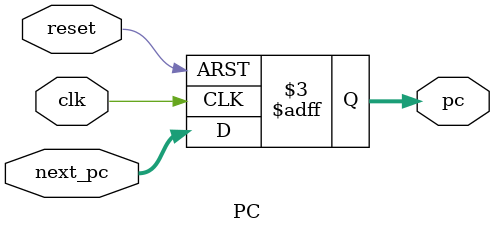
<source format=v>
`timescale 1ns/100ps

module PC (
    input wire clk,             
    input wire reset,           
    input wire [31:0] next_pc,  
    output reg [31:0] pc         
);

  
    initial begin
        pc = 32'b0;
    end


    always @(posedge clk or posedge reset) begin
        if (reset) begin
            pc <= 32'b0;          
        end else begin
            pc <= next_pc;        
        end
    end

endmodule


</source>
